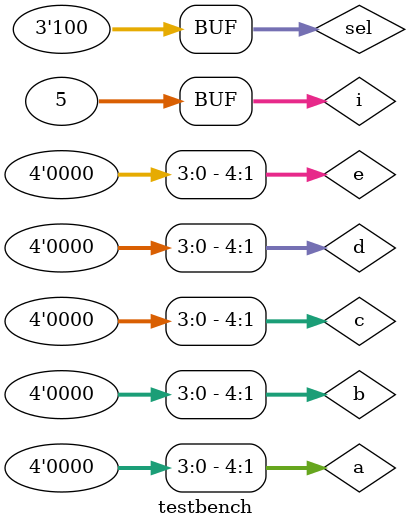
<source format=v>
module testbench; 

   reg [4:0] a;
	reg [4:0] b;
	reg [4:0] c;
	reg [4:0] d;
	reg [4:0] e;
	reg [2:0] sel; 
	wire [4:0]  out;
	integer i;
	
	multiplexer mux(.a(a), .b(b), .c(c), .d(d), .e(e), .sel(sel), .out(out));
    
    
    initial begin
        $monitor("[%0t] sel=0x%0h a=0x%0h b=0x%0h c=0x%0h d=0x%0h e=0x%0h out=0x%0h",$time, sel, a, b, c, d, e, out);
			
			sel <= 0;
			a <= $random;
			b <= $random;
			c <= $random;
			d <= $random;
			e <= $random; 
			
			for (i = 1; i < 5; i = i + 1 ) begin
			#5 sel <= i;
			end
			//#6 $finish;
        
    end 
endmodule
</source>
